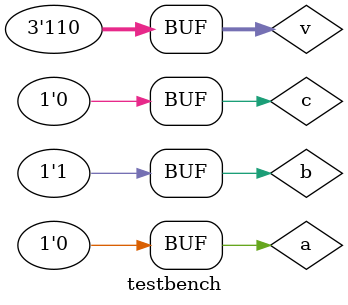
<source format=v>
`timescale 1ns/1ns
module testbench;
    reg a,b,c;
    reg [2:0] v;

    initial begin
        $dumpfile("tutorial_testbench.vcd");
		// $dumpvars(-1, _tutorial_testbench);
        $dumpvars;

        a = 0; v = 3'b000; #50;
		b = 1; v = 3'b010; #50;
		a = 0; b = 1; c = 0; #50;
		v = 3'b110; #50;
    end

endmodule
</source>
